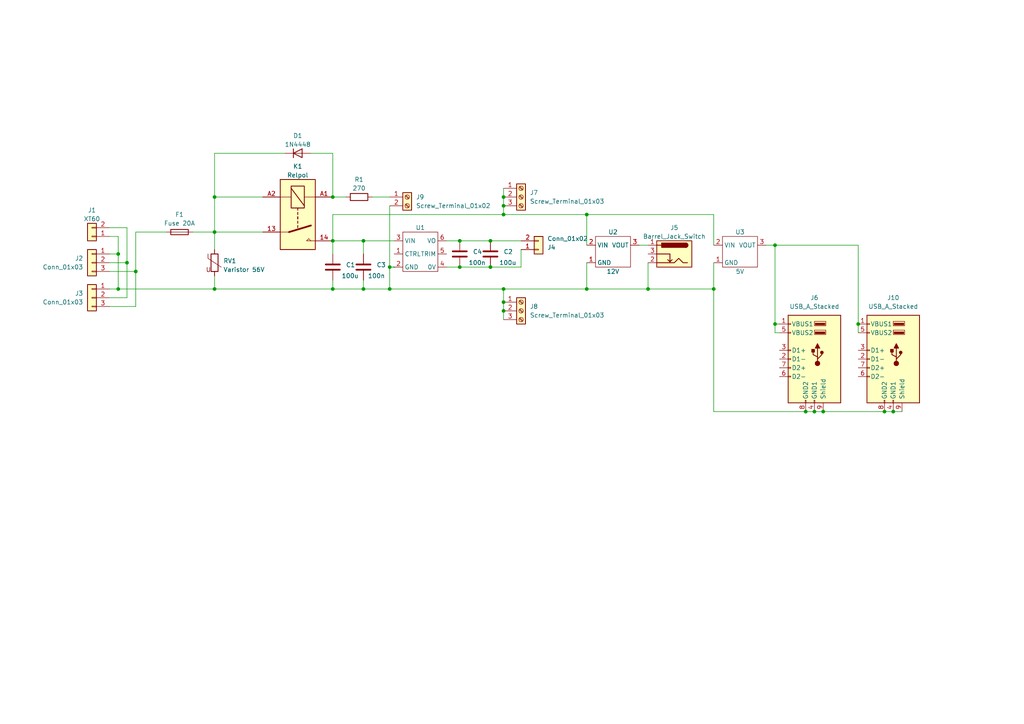
<source format=kicad_sch>
(kicad_sch (version 20230121) (generator eeschema)
  (paper "A4")
  (lib_symbols
    (symbol "Connector:Barrel_Jack_Switch" (pin_names hide)
      (property "Reference" "J" (at 0 5.334 0))
      (property "Value" "Barrel_Jack_Switch" (at 0 -5.08 0))
      (symbol "Barrel_Jack_Switch_0_1"
        (rectangle (start -5.08 3.81) (end 5.08 -3.81) (stroke (width 0.254)) (fill (type background)))
        (arc (start -3.302 3.175) (mid -3.9343 2.54) (end -3.302 1.905) (stroke (width 0.254)))
        (arc (start -3.302 3.175) (mid -3.9343 2.54) (end -3.302 1.905) (stroke (width 0.254)) (fill (type outline)))
        (polyline (pts (xy 1.27 -2.286) (xy 1.905 -1.651)) (stroke (width 0.254)))
        (polyline (pts (xy 5.08 2.54) (xy 3.81 2.54)) (stroke (width 0.254)))
        (polyline (pts (xy 5.08 0) (xy 1.27 0) (xy 1.27 -2.286) (xy 0.635 -1.651)) (stroke (width 0.254)))
        (polyline (pts (xy -3.81 -2.54) (xy -2.54 -2.54) (xy -1.27 -1.27) (xy 0 -2.54) (xy 2.54 -2.54) (xy 5.08 -2.54)) (stroke (width 0.254)))
        (rectangle (start 3.683 3.175) (end -3.302 1.905) (stroke (width 0.254)) (fill (type outline)))
      )
      (symbol "Barrel_Jack_Switch_1_1"
        (pin passive line (at 7.62 2.54 180) (length 2.54) (name "~") (number "1"))
        (pin passive line (at 7.62 -2.54 180) (length 2.54) (name "~") (number "2"))
        (pin passive line (at 7.62 0 180) (length 2.54) (name "~") (number "3"))
      )
    )
    (symbol "Connector:Screw_Terminal_01x02" (pin_names (offset 1.016) hide)
      (property "Reference" "J" (at 0 2.54 0))
      (property "Value" "Screw_Terminal_01x02" (at 0 -5.08 0))
      (symbol "Screw_Terminal_01x02_1_1"
        (rectangle (start -1.27 1.27) (end 1.27 -3.81) (stroke (width 0.254)) (fill (type background)))
        (circle (center 0 -2.54) (radius 0.635) (stroke (width 0.1524)))
        (polyline (pts (xy -0.5334 -2.2098) (xy 0.3302 -3.048)) (stroke (width 0.1524)))
        (polyline (pts (xy -0.5334 0.3302) (xy 0.3302 -0.508)) (stroke (width 0.1524)))
        (polyline (pts (xy -0.3556 -2.032) (xy 0.508 -2.8702)) (stroke (width 0.1524)))
        (polyline (pts (xy -0.3556 0.508) (xy 0.508 -0.3302)) (stroke (width 0.1524)))
        (circle (center 0 0) (radius 0.635) (stroke (width 0.1524)))
        (pin passive line (at -5.08 0 0) (length 3.81) (name "Pin_1") (number "1"))
        (pin passive line (at -5.08 -2.54 0) (length 3.81) (name "Pin_2") (number "2"))
      )
    )
    (symbol "Connector:Screw_Terminal_01x03" (pin_names (offset 1.016) hide)
      (property "Reference" "J" (at 0 5.08 0))
      (property "Value" "Screw_Terminal_01x03" (at 0 -5.08 0))
      (symbol "Screw_Terminal_01x03_1_1"
        (rectangle (start -1.27 3.81) (end 1.27 -3.81) (stroke (width 0.254)) (fill (type background)))
        (circle (center 0 -2.54) (radius 0.635) (stroke (width 0.1524)))
        (polyline (pts (xy -0.5334 -2.2098) (xy 0.3302 -3.048)) (stroke (width 0.1524)))
        (polyline (pts (xy -0.5334 0.3302) (xy 0.3302 -0.508)) (stroke (width 0.1524)))
        (polyline (pts (xy -0.5334 2.8702) (xy 0.3302 2.032)) (stroke (width 0.1524)))
        (polyline (pts (xy -0.3556 -2.032) (xy 0.508 -2.8702)) (stroke (width 0.1524)))
        (polyline (pts (xy -0.3556 0.508) (xy 0.508 -0.3302)) (stroke (width 0.1524)))
        (polyline (pts (xy -0.3556 3.048) (xy 0.508 2.2098)) (stroke (width 0.1524)))
        (circle (center 0 0) (radius 0.635) (stroke (width 0.1524)))
        (circle (center 0 2.54) (radius 0.635) (stroke (width 0.1524)))
        (pin passive line (at -5.08 2.54 0) (length 3.81) (name "Pin_1") (number "1"))
        (pin passive line (at -5.08 0 0) (length 3.81) (name "Pin_2") (number "2"))
        (pin passive line (at -5.08 -2.54 0) (length 3.81) (name "Pin_3") (number "3"))
      )
    )
    (symbol "Connector:USB_A_Stacked" (pin_names (offset 1.016))
      (property "Reference" "J" (at 0 15.875 0))
      (property "Value" "USB_A_Stacked" (at 0 13.97 0))
      (symbol "USB_A_Stacked_0_1"
        (rectangle (start -7.62 12.7) (end 7.62 -12.7) (stroke (width 0.254)) (fill (type background)))
        (circle (center -2.159 1.905) (radius 0.381) (stroke (width 0.254)) (fill (type outline)))
        (circle (center -0.889 -1.27) (radius 0.635) (stroke (width 0.254)) (fill (type outline)))
        (rectangle (start -0.254 7.366) (end -3.048 7.874) (fill (type outline)))
        (rectangle (start -0.254 9.906) (end -3.048 10.414) (fill (type outline)))
        (rectangle (start -0.127 -12.7) (end 0.127 -11.938))
        (polyline (pts (xy -1.524 3.175) (xy -0.254 3.175) (xy -0.889 4.445) (xy -1.524 3.175)) (stroke (width 0.254)) (fill (type outline)))
        (polyline (pts (xy -0.889 -0.635) (xy -0.889 0) (xy -2.159 1.27) (xy -2.159 1.905)) (stroke (width 0.254)))
        (polyline (pts (xy -0.889 0) (xy -0.889 0.635) (xy 0.381 1.27) (xy 0.381 2.54)) (stroke (width 0.254)))
        (rectangle (start 0 2.794) (end 0.762 2.032) (stroke (width 0.254)) (fill (type outline)))
        (rectangle (start 0 7.112) (end -3.302 8.382))
        (rectangle (start 0 9.652) (end -3.302 10.922))
        (rectangle (start 2.413 -12.7) (end 2.667 -11.938))
        (rectangle (start 7.62 -5.207) (end 6.858 -4.953))
        (rectangle (start 7.62 -2.667) (end 6.858 -2.413))
        (rectangle (start 7.62 -0.127) (end 6.858 0.127))
        (rectangle (start 7.62 2.413) (end 6.858 2.667))
        (rectangle (start 7.62 7.493) (end 6.858 7.747))
        (rectangle (start 7.62 10.033) (end 6.858 10.287))
      )
      (symbol "USB_A_Stacked_1_1"
        (polyline (pts (xy -0.889 0.635) (xy -0.889 3.175)) (stroke (width 0.254)))
        (pin power_in line (at 10.16 10.16 180) (length 2.54) (name "VBUS1") (number "1"))
        (pin bidirectional line (at 10.16 0 180) (length 2.54) (name "D1-") (number "2"))
        (pin bidirectional line (at 10.16 2.54 180) (length 2.54) (name "D1+") (number "3"))
        (pin power_in line (at 0 -15.24 90) (length 2.54) (name "GND1") (number "4"))
        (pin power_in line (at 10.16 7.62 180) (length 2.54) (name "VBUS2") (number "5"))
        (pin bidirectional line (at 10.16 -5.08 180) (length 2.54) (name "D2-") (number "6"))
        (pin bidirectional line (at 10.16 -2.54 180) (length 2.54) (name "D2+") (number "7"))
        (pin power_in line (at 2.54 -15.24 90) (length 2.54) (name "GND2") (number "8"))
        (pin passive line (at -2.54 -15.24 90) (length 2.54) (name "Shield") (number "9"))
      )
    )
    (symbol "Connector_Generic:Conn_01x02" (pin_names (offset 1.016) hide)
      (property "Reference" "J" (at 0 2.54 0))
      (property "Value" "Conn_01x02" (at 0 -5.08 0))
      (symbol "Conn_01x02_1_1"
        (rectangle (start -1.27 -2.413) (end 0 -2.667) (stroke (width 0.1524)))
        (rectangle (start -1.27 0.127) (end 0 -0.127) (stroke (width 0.1524)))
        (rectangle (start -1.27 1.27) (end 1.27 -3.81) (stroke (width 0.254)) (fill (type background)))
        (pin passive line (at -5.08 0 0) (length 3.81) (name "Pin_1") (number "1"))
        (pin passive line (at -5.08 -2.54 0) (length 3.81) (name "Pin_2") (number "2"))
      )
    )
    (symbol "Connector_Generic:Conn_01x03" (pin_names (offset 1.016) hide)
      (property "Reference" "J" (at 0 5.08 0))
      (property "Value" "Conn_01x03" (at 0 -5.08 0))
      (symbol "Conn_01x03_1_1"
        (rectangle (start -1.27 -2.413) (end 0 -2.667) (stroke (width 0.1524)))
        (rectangle (start -1.27 0.127) (end 0 -0.127) (stroke (width 0.1524)))
        (rectangle (start -1.27 2.667) (end 0 2.413) (stroke (width 0.1524)))
        (rectangle (start -1.27 3.81) (end 1.27 -3.81) (stroke (width 0.254)) (fill (type background)))
        (pin passive line (at -5.08 2.54 0) (length 3.81) (name "Pin_1") (number "1"))
        (pin passive line (at -5.08 0 0) (length 3.81) (name "Pin_2") (number "2"))
        (pin passive line (at -5.08 -2.54 0) (length 3.81) (name "Pin_3") (number "3"))
      )
    )
    (symbol "Converters_lib:Converter_12V"
      (property "Reference" "U" (at 7.62 8.89 0))
      (symbol "Converter_12V_0_1"
        (rectangle (start 2.54 7.62) (end 12.7 -1.27))
      )
      (symbol "Converter_12V_1_1"
        (pin power_in line (at 0 0 0) (length 2.54) (name "GND") (number "1"))
        (pin power_in line (at 0 5.08 0) (length 2.54) (name "VIN") (number "2"))
        (pin power_in line (at 15.24 5.08 180) (length 2.54) (name "VOUT") (number "3"))
      )
    )
    (symbol "Converters_lib:Converter_24V"
      (property "Reference" "U" (at 7.62 11.43 0))
      (symbol "Converter_24V_0_1"
        (rectangle (start 2.54 10.16) (end 12.7 -1.27))
      )
      (symbol "Converter_24V_1_1"
        (pin input line (at 0 3.81 0) (length 2.54) (name "CTRL") (number "1"))
        (pin power_in line (at 0 0 0) (length 2.54) (name "GND") (number "2"))
        (pin power_in line (at 0 7.62 0) (length 2.54) (name "VIN") (number "3"))
        (pin power_out line (at 15.24 0 180) (length 2.54) (name "0V") (number "4"))
        (pin input line (at 15.24 3.81 180) (length 2.54) (name "TRIM") (number "5"))
        (pin power_out line (at 15.24 7.62 180) (length 2.54) (name "VO") (number "6"))
      )
    )
    (symbol "Device:C" (pin_numbers hide) (pin_names (offset 0.254))
      (property "Reference" "C" (at 0.635 2.54 0))
      (property "Value" "C" (at 0.635 -2.54 0))
      (symbol "C_0_1"
        (polyline (pts (xy -2.032 -0.762) (xy 2.032 -0.762)) (stroke (width 0.508)))
        (polyline (pts (xy -2.032 0.762) (xy 2.032 0.762)) (stroke (width 0.508)))
      )
      (symbol "C_1_1"
        (pin passive line (at 0 3.81 270) (length 2.794) (name "~") (number "1"))
        (pin passive line (at 0 -3.81 90) (length 2.794) (name "~") (number "2"))
      )
    )
    (symbol "Device:Fuse" (pin_numbers hide) (pin_names (offset 0))
      (property "Reference" "F" (at 2.032 0 90))
      (property "Value" "Fuse" (at -1.905 0 90))
      (symbol "Fuse_0_1"
        (rectangle (start -0.762 -2.54) (end 0.762 2.54) (stroke (width 0.254)))
        (polyline (pts (xy 0 2.54) (xy 0 -2.54)))
      )
      (symbol "Fuse_1_1"
        (pin passive line (at 0 3.81 270) (length 1.27) (name "~") (number "1"))
        (pin passive line (at 0 -3.81 90) (length 1.27) (name "~") (number "2"))
      )
    )
    (symbol "Device:R" (pin_numbers hide) (pin_names (offset 0))
      (property "Reference" "R" (at 2.032 0 90))
      (property "Value" "R" (at 0 0 90))
      (symbol "R_0_1"
        (rectangle (start -1.016 -2.54) (end 1.016 2.54) (stroke (width 0.254)))
      )
      (symbol "R_1_1"
        (pin passive line (at 0 3.81 270) (length 1.27) (name "~") (number "1"))
        (pin passive line (at 0 -3.81 90) (length 1.27) (name "~") (number "2"))
      )
    )
    (symbol "Device:Varistor" (pin_numbers hide) (pin_names (offset 0))
      (property "Reference" "RV" (at 3.175 0 90))
      (property "Value" "Varistor" (at -3.175 0 90))
      (symbol "Varistor_0_0"
        (text "U" (at -1.778 -2.032 0) (effects (font (size 1.27 1.27))))
      )
      (symbol "Varistor_0_1"
        (rectangle (start -1.016 -2.54) (end 1.016 2.54) (stroke (width 0.254)))
        (polyline (pts (xy -1.905 2.54) (xy -1.905 1.27) (xy 1.905 -1.27)))
      )
      (symbol "Varistor_1_1"
        (pin passive line (at 0 3.81 270) (length 1.27) (name "~") (number "1"))
        (pin passive line (at 0 -3.81 90) (length 1.27) (name "~") (number "2"))
      )
    )
    (symbol "Diode:1N4448" (pin_numbers hide) (pin_names hide)
      (property "Reference" "D" (at 0 2.54 0))
      (property "Value" "1N4448" (at 0 -2.54 0))
      (symbol "1N4448_0_1"
        (polyline (pts (xy -1.27 1.27) (xy -1.27 -1.27)) (stroke (width 0.254)))
        (polyline (pts (xy 1.27 0) (xy -1.27 0)))
        (polyline (pts (xy 1.27 1.27) (xy 1.27 -1.27) (xy -1.27 0) (xy 1.27 1.27)) (stroke (width 0.254)))
      )
      (symbol "1N4448_1_1"
        (pin passive line (at -3.81 0 0) (length 2.54) (name "K") (number "1"))
        (pin passive line (at 3.81 0 180) (length 2.54) (name "A") (number "2"))
      )
    )
    (symbol "Relay:RAYEX-L90AS"
      (property "Reference" "K" (at 11.43 3.81 0))
      (property "Value" "RAYEX-L90AS" (at 11.43 1.27 0))
      (symbol "RAYEX-L90AS_1_0"
        (polyline (pts (xy 7.62 3.81) (xy 7.62 5.08)))
        (polyline (pts (xy 7.62 3.81) (xy 7.62 2.54) (xy 6.985 3.175) (xy 7.62 3.81)))
      )
      (symbol "RAYEX-L90AS_1_1"
        (rectangle (start -10.16 5.08) (end 10.16 -5.08) (stroke (width 0.254)) (fill (type background)))
        (rectangle (start -8.255 1.905) (end -1.905 -1.905) (stroke (width 0.254)))
        (polyline (pts (xy -7.62 -1.905) (xy -2.54 1.905)) (stroke (width 0.254)))
        (polyline (pts (xy -5.08 -5.08) (xy -5.08 -1.905)))
        (polyline (pts (xy -5.08 5.08) (xy -5.08 1.905)))
        (polyline (pts (xy -1.905 0) (xy -1.27 0)) (stroke (width 0.254)))
        (polyline (pts (xy -0.635 0) (xy 0 0)) (stroke (width 0.254)))
        (polyline (pts (xy 0.635 0) (xy 1.27 0)) (stroke (width 0.254)))
        (polyline (pts (xy 0.635 0) (xy 1.27 0)) (stroke (width 0.254)))
        (polyline (pts (xy 1.905 0) (xy 2.54 0)) (stroke (width 0.254)))
        (polyline (pts (xy 3.175 0) (xy 3.81 0)) (stroke (width 0.254)))
        (polyline (pts (xy 5.08 -2.54) (xy 3.175 3.81)) (stroke (width 0.508)))
        (polyline (pts (xy 5.08 -2.54) (xy 5.08 -5.08)))
        (pin passive line (at 5.08 -10.16 90) (length 5.08) (name "~") (number "13"))
        (pin passive line (at 7.62 10.16 270) (length 5.08) (name "~") (number "14"))
        (pin passive line (at -5.08 10.16 270) (length 5.08) (name "~") (number "A1"))
        (pin passive line (at -5.08 -10.16 90) (length 5.08) (name "~") (number "A2"))
      )
    )
  )
  (junction (at 113.03 83.82))
  (junction (at 256.54 119.38))
  (junction (at 133.35 77.47))
  (junction (at 236.22 119.38))
  (junction (at 146.05 57.15))
  (junction (at 146.05 59.69))
  (junction (at 96.52 57.15))
  (junction (at 207.01 83.82))
  (junction (at 62.23 83.82))
  (junction (at 133.35 69.85))
  (junction (at 146.05 62.23))
  (junction (at 62.23 57.15))
  (junction (at 259.08 119.38))
  (junction (at 170.18 62.23))
  (junction (at 233.68 119.38))
  (junction (at 105.41 69.85))
  (junction (at 142.24 77.47))
  (junction (at 146.05 87.63))
  (junction (at 113.03 77.47))
  (junction (at 105.41 83.82))
  (junction (at 96.52 83.82))
  (junction (at 39.37 78.74))
  (junction (at 224.79 93.98))
  (junction (at 146.05 90.17))
  (junction (at 224.79 71.12))
  (junction (at 62.23 67.31))
  (junction (at 96.52 69.85))
  (junction (at 170.18 83.82))
  (junction (at 142.24 69.85))
  (junction (at 146.05 83.82))
  (junction (at 238.76 119.38))
  (junction (at 36.83 76.2))
  (junction (at 34.29 73.66))
  (junction (at 187.96 83.82))
  (junction (at 248.92 93.98))
  (junction (at 34.29 83.82))
  (wire (pts (xy 96.52 62.23) (xy 146.05 62.23)))
  (wire (pts (xy 105.41 69.85) (xy 105.41 73.66)))
  (wire (pts (xy 146.05 54.61) (xy 146.05 57.15)))
  (wire (pts (xy 170.18 76.2) (xy 170.18 83.82)))
  (wire (pts (xy 34.29 73.66) (xy 34.29 83.82)))
  (wire (pts (xy 146.05 59.69) (xy 146.05 62.23)))
  (wire (pts (xy 39.37 88.9) (xy 39.37 78.74)))
  (wire (pts (xy 34.29 68.58) (xy 34.29 73.66)))
  (wire (pts (xy 170.18 62.23) (xy 207.01 62.23)))
  (wire (pts (xy 113.03 59.69) (xy 113.03 77.47)))
  (wire (pts (xy 36.83 66.04) (xy 36.83 76.2)))
  (wire (pts (xy 222.25 71.12) (xy 224.79 71.12)))
  (wire (pts (xy 224.79 96.52) (xy 226.06 96.52)))
  (wire (pts (xy 36.83 76.2) (xy 31.75 76.2)))
  (wire (pts (xy 105.41 81.28) (xy 105.41 83.82)))
  (wire (pts (xy 90.17 44.45) (xy 96.52 44.45)))
  (wire (pts (xy 31.75 78.74) (xy 39.37 78.74)))
  (wire (pts (xy 107.95 57.15) (xy 113.03 57.15)))
  (wire (pts (xy 185.42 71.12) (xy 187.96 71.12)))
  (wire (pts (xy 259.08 119.38) (xy 261.62 119.38)))
  (wire (pts (xy 129.54 69.85) (xy 133.35 69.85)))
  (wire (pts (xy 129.54 77.47) (xy 133.35 77.47)))
  (wire (pts (xy 31.75 73.66) (xy 34.29 73.66)))
  (wire (pts (xy 238.76 119.38) (xy 256.54 119.38)))
  (wire (pts (xy 256.54 119.38) (xy 259.08 119.38)))
  (wire (pts (xy 96.52 44.45) (xy 96.52 57.15)))
  (wire (pts (xy 96.52 57.15) (xy 100.33 57.15)))
  (wire (pts (xy 34.29 83.82) (xy 62.23 83.82)))
  (wire (pts (xy 151.13 72.39) (xy 151.13 77.47)))
  (wire (pts (xy 39.37 78.74) (xy 39.37 67.31)))
  (wire (pts (xy 105.41 69.85) (xy 96.52 69.85)))
  (wire (pts (xy 96.52 69.85) (xy 96.52 73.66)))
  (wire (pts (xy 248.92 93.98) (xy 248.92 71.12)))
  (wire (pts (xy 207.01 76.2) (xy 207.01 83.82)))
  (wire (pts (xy 96.52 81.28) (xy 96.52 83.82)))
  (wire (pts (xy 142.24 77.47) (xy 151.13 77.47)))
  (wire (pts (xy 207.01 83.82) (xy 207.01 119.38)))
  (wire (pts (xy 96.52 62.23) (xy 96.52 69.85)))
  (wire (pts (xy 146.05 83.82) (xy 170.18 83.82)))
  (wire (pts (xy 133.35 77.47) (xy 142.24 77.47)))
  (wire (pts (xy 96.52 83.82) (xy 105.41 83.82)))
  (wire (pts (xy 133.35 69.85) (xy 142.24 69.85)))
  (wire (pts (xy 207.01 119.38) (xy 233.68 119.38)))
  (wire (pts (xy 31.75 68.58) (xy 34.29 68.58)))
  (wire (pts (xy 113.03 77.47) (xy 114.3 77.47)))
  (wire (pts (xy 39.37 67.31) (xy 48.26 67.31)))
  (wire (pts (xy 114.3 69.85) (xy 105.41 69.85)))
  (wire (pts (xy 146.05 90.17) (xy 146.05 92.71)))
  (wire (pts (xy 187.96 76.2) (xy 187.96 83.82)))
  (wire (pts (xy 62.23 67.31) (xy 62.23 72.39)))
  (wire (pts (xy 146.05 87.63) (xy 146.05 90.17)))
  (wire (pts (xy 224.79 93.98) (xy 224.79 96.52)))
  (wire (pts (xy 36.83 76.2) (xy 36.83 86.36)))
  (wire (pts (xy 31.75 83.82) (xy 34.29 83.82)))
  (wire (pts (xy 170.18 83.82) (xy 187.96 83.82)))
  (wire (pts (xy 31.75 88.9) (xy 39.37 88.9)))
  (wire (pts (xy 82.55 44.45) (xy 62.23 44.45)))
  (wire (pts (xy 248.92 93.98) (xy 248.92 96.52)))
  (wire (pts (xy 224.79 93.98) (xy 226.06 93.98)))
  (wire (pts (xy 207.01 62.23) (xy 207.01 71.12)))
  (wire (pts (xy 113.03 83.82) (xy 146.05 83.82)))
  (wire (pts (xy 248.92 71.12) (xy 224.79 71.12)))
  (wire (pts (xy 146.05 57.15) (xy 146.05 59.69)))
  (wire (pts (xy 187.96 83.82) (xy 207.01 83.82)))
  (wire (pts (xy 62.23 83.82) (xy 96.52 83.82)))
  (wire (pts (xy 62.23 67.31) (xy 76.2 67.31)))
  (wire (pts (xy 62.23 83.82) (xy 62.23 80.01)))
  (wire (pts (xy 62.23 57.15) (xy 76.2 57.15)))
  (wire (pts (xy 31.75 66.04) (xy 36.83 66.04)))
  (wire (pts (xy 224.79 71.12) (xy 224.79 93.98)))
  (wire (pts (xy 142.24 69.85) (xy 151.13 69.85)))
  (wire (pts (xy 62.23 44.45) (xy 62.23 57.15)))
  (wire (pts (xy 146.05 83.82) (xy 146.05 87.63)))
  (wire (pts (xy 233.68 119.38) (xy 236.22 119.38)))
  (wire (pts (xy 170.18 71.12) (xy 170.18 62.23)))
  (wire (pts (xy 55.88 67.31) (xy 62.23 67.31)))
  (wire (pts (xy 62.23 57.15) (xy 62.23 67.31)))
  (wire (pts (xy 236.22 119.38) (xy 238.76 119.38)))
  (wire (pts (xy 146.05 62.23) (xy 170.18 62.23)))
  (wire (pts (xy 36.83 86.36) (xy 31.75 86.36)))
  (wire (pts (xy 105.41 83.82) (xy 113.03 83.82)))
  (wire (pts (xy 113.03 77.47) (xy 113.03 83.82)))
  (symbol (lib_id "Device:Fuse") (at 52.07 67.31 90) (unit 1)
    (property "Reference" "F1" (at 52.07 62.23 90))
    (property "Value" "Fuse 20A" (at 52.07 64.77 90))
    (property "Footprint" "Fuse:Fuseholder_Littelfuse_100_series_5x20mm" (effects hide))
  )
  (symbol (lib_id "Device:C") (at 133.35 73.66 0) (unit 1)
    (property "Reference" "C4" (at 137.16 73.025 0) (effects (justify left)))
    (property "Value" "100n" (at 135.89 76.2 0) (effects (justify left)))
    (property "Footprint" "Capacitor_THT:C_Disc_D3.0mm_W1.6mm_P2.50mm" (effects hide))
  )
  (symbol (lib_id "Converters_lib:Converter_24V") (at 114.3 77.47 0) (unit 1)
    (property "Reference" "U1" (at 121.92 66.04 0))
    (property "Value" "~" (at 114.3 77.47 0))
    (property "Footprint" "Converters_footpritns:Converter_PDQE15-D" (effects hide))
  )
  (symbol (lib_id "Device:R") (at 104.14 57.15 270) (unit 1)
    (property "Reference" "R1" (at 104.14 52.07 90))
    (property "Value" "270" (at 104.14 54.61 90))
    (property "Footprint" "Resistor_THT:R_Axial_DIN0309_L9.0mm_D3.2mm_P12.70mm_Horizontal" (effects hide))
  )
  (symbol (lib_id "Connector:USB_A_Stacked") (at 236.22 104.14 0) (mirror y) (unit 1)
    (property "Reference" "J6" (at 236.22 86.36 0))
    (property "Value" "USB_A_Stacked" (at 236.22 88.9 0))
    (property "Footprint" "Connector_USB:USB_A_Wuerth_61400826021_Horizontal_Stacked" (effects hide))
    (property "Datasheet" " ~" (effects hide))
  )
  (symbol (lib_id "Device:C") (at 96.52 77.47 0) (unit 1)
    (property "Reference" "C1" (at 100.33 76.835 0) (effects (justify left)))
    (property "Value" "100u" (at 99.06 80.01 0) (effects (justify left)))
    (property "Footprint" "Capacitor_THT:C_Radial_D10.0mm_H12.5mm_P5.00mm" (effects hide))
  )
  (symbol (lib_id "Connector:Screw_Terminal_01x03") (at 151.13 90.17 0) (unit 1)
    (property "Reference" "J8" (at 153.67 88.9 0) (effects (justify left)))
    (property "Value" "Screw_Terminal_01x03" (at 153.67 91.44 0) (effects (justify left)))
    (property "Footprint" "Converters_footpritns:Wago_01x03_3,5mm" (effects hide))
  )
  (symbol (lib_id "Connector_Generic:Conn_01x02") (at 156.21 72.39 0) (mirror x) (unit 1)
    (property "Reference" "J4" (at 158.75 71.755 0) (effects (justify left)))
    (property "Value" "Conn_01x02" (at 158.75 69.215 0) (effects (justify left)))
    (property "Footprint" "Converters_footpritns:Phoenix" (effects hide))
  )
  (symbol (lib_id "Device:C") (at 105.41 77.47 0) (unit 1)
    (property "Reference" "C3" (at 109.22 76.835 0) (effects (justify left)))
    (property "Value" "100n" (at 106.68 80.01 0) (effects (justify left)))
    (property "Footprint" "Capacitor_THT:C_Disc_D3.0mm_W1.6mm_P2.50mm" (effects hide))
  )
  (symbol (lib_id "Connector:Screw_Terminal_01x02") (at 118.11 57.15 0) (unit 1)
    (property "Reference" "J9" (at 120.65 57.15 0) (effects (justify left)))
    (property "Value" "Screw_Terminal_01x02" (at 120.65 59.69 0) (effects (justify left)))
    (property "Footprint" "Converters_footpritns:Wago_01x02_3,5mm" (effects hide))
  )
  (symbol (lib_id "Converters_lib:Converter_12V") (at 170.18 76.2 0) (unit 1)
    (property "Reference" "U2" (at 177.8 67.31 0))
    (property "Value" "12V" (at 177.8 78.74 0))
    (property "Footprint" "Converters_footpritns:Converter_12V" (effects hide))
  )
  (symbol (lib_id "Connector:Barrel_Jack_Switch") (at 195.58 73.66 0) (mirror y) (unit 1)
    (property "Reference" "J5" (at 195.58 66.04 0))
    (property "Value" "Barrel_Jack_Switch" (at 195.58 68.58 0))
    (property "Footprint" "Connector_BarrelJack:BarrelJack_Horizontal" (effects hide))
  )
  (symbol (lib_id "Connector_Generic:Conn_01x03") (at 26.67 86.36 0) (mirror y) (unit 1)
    (property "Reference" "J3" (at 24.13 85.09 0) (effects (justify left)))
    (property "Value" "Conn_01x03" (at 24.13 87.63 0) (effects (justify left)))
    (property "Footprint" "Converters_footpritns:AMASS_MR60-F_1x02_P7.20mm_Vertical" (effects hide))
  )
  (symbol (lib_id "Connector:Screw_Terminal_01x03") (at 151.13 57.15 0) (unit 1)
    (property "Reference" "J7" (at 153.67 55.88 0) (effects (justify left)))
    (property "Value" "Screw_Terminal_01x03" (at 153.67 58.42 0) (effects (justify left)))
    (property "Footprint" "Converters_footpritns:Wago_01x03_3,5mm" (effects hide))
  )
  (symbol (lib_id "Connector:USB_A_Stacked") (at 259.08 104.14 0) (mirror y) (unit 1)
    (property "Reference" "J10" (at 259.08 86.36 0))
    (property "Value" "USB_A_Stacked" (at 259.08 88.9 0))
    (property "Footprint" "Connector_USB:USB_A_Wuerth_61400826021_Horizontal_Stacked" (effects hide))
    (property "Datasheet" " ~" (effects hide))
  )
  (symbol (lib_id "Connector_Generic:Conn_01x03") (at 26.67 76.2 0) (mirror y) (unit 1)
    (property "Reference" "J2" (at 24.13 74.93 0) (effects (justify left)))
    (property "Value" "Conn_01x03" (at 24.13 77.47 0) (effects (justify left)))
    (property "Footprint" "Converters_footpritns:AMASS_MR60-F_1x02_P7.20mm_Vertical" (effects hide))
  )
  (symbol (lib_id "Connector_Generic:Conn_01x02") (at 26.67 68.58 180) (unit 1)
    (property "Reference" "J1" (at 26.67 60.96 0))
    (property "Value" "XT60" (at 26.67 63.5 0))
    (property "Footprint" "Connector_AMASS:AMASS_XT60-M_1x02_P7.20mm_Vertical" (effects hide))
  )
  (symbol (lib_id "Device:C") (at 142.24 73.66 0) (unit 1)
    (property "Reference" "C2" (at 146.05 73.025 0) (effects (justify left)))
    (property "Value" "100u" (at 144.78 76.2 0) (effects (justify left)))
    (property "Footprint" "Capacitor_THT:C_Radial_D10.0mm_H12.5mm_P5.00mm" (effects hide))
  )
  (symbol (lib_id "Converters_lib:Converter_12V") (at 207.01 76.2 0) (unit 1)
    (property "Reference" "U3" (at 214.63 67.31 0))
    (property "Value" "5V" (at 214.63 78.74 0))
    (property "Footprint" "Converters_footpritns:Converter_5V" (effects hide))
  )
  (symbol (lib_id "Diode:1N4448") (at 86.36 44.45 0) (unit 1)
    (property "Reference" "D1" (at 86.36 39.37 0))
    (property "Value" "1N4448" (at 86.36 41.91 0))
    (property "Footprint" "Diode_THT:D_DO-35_SOD27_P7.62mm_Horizontal" (effects hide))
    (property "Datasheet" "https://assets.nexperia.com/documents/data-sheet/1N4148_1N4448.pdf" (effects hide))
    (property "Sim.Device" "D" (effects hide))
    (property "Sim.Pins" "1=K 2=A" (effects hide))
  )
  (symbol (lib_id "Device:Varistor") (at 62.23 76.2 0) (unit 1)
    (property "Reference" "RV1" (at 64.77 75.6642 0) (effects (justify left)))
    (property "Value" "Varistor 56V" (at 64.77 78.2042 0) (effects (justify left)))
    (property "Footprint" "Varistor:RV_Disc_D15.5mm_W3.9mm_P7.5mm" (effects hide))
  )
  (symbol (lib_id "Relay:RAYEX-L90AS") (at 86.36 62.23 270) (unit 1)
    (property "Reference" "K1" (at 86.36 48.26 90))
    (property "Value" "Relpol" (at 86.36 50.8 90))
    (property "Footprint" "Relay_THT:Relay_SPST_RAYEX-L90AS" (effects hide))
    (property "Datasheet" "https://a3.sofastcdn.com/attachment/7jioKBjnRiiSrjrjknRiwS77gwbf3zmp/L90-SERIES.pdf" (effects hide))
  )
)
</source>
